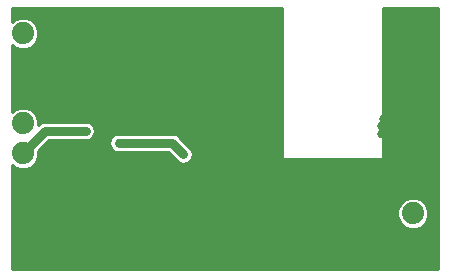
<source format=gbl>
%TF.GenerationSoftware,KiCad,Pcbnew,5.0.2-bee76a0~70~ubuntu18.04.1*%
%TF.CreationDate,2019-09-23T12:17:33+02:00*%
%TF.ProjectId,HVPS_SMD,48565053-5f53-44d4-942e-6b696361645f,rev?*%
%TF.SameCoordinates,Original*%
%TF.FileFunction,Copper,L2,Bot*%
%TF.FilePolarity,Positive*%
%FSLAX46Y46*%
G04 Gerber Fmt 4.6, Leading zero omitted, Abs format (unit mm)*
G04 Created by KiCad (PCBNEW 5.0.2-bee76a0~70~ubuntu18.04.1) date Mo 23 Sep 2019 12:17:33 CEST*
%MOMM*%
%LPD*%
G01*
G04 APERTURE LIST*
%ADD10C,1.879600*%
%ADD11C,0.685800*%
%ADD12C,0.800000*%
%ADD13C,0.254000*%
G04 APERTURE END LIST*
D10*
X213360000Y-81280000D03*
X213360000Y-78740000D03*
X180340000Y-66040000D03*
X180340000Y-63500000D03*
X180340000Y-71120000D03*
X180340000Y-73660000D03*
D11*
X187452000Y-67183000D03*
X188468000Y-67056000D03*
X189357000Y-67056000D03*
X188633009Y-77597000D03*
X185674000Y-79756000D03*
X182372000Y-81915000D03*
X196469000Y-80391000D03*
X196469000Y-72009000D03*
X186944000Y-75438000D03*
X186944000Y-74803000D03*
X186944000Y-74041000D03*
X186944000Y-73279000D03*
X210693000Y-72009000D03*
X210693000Y-71374000D03*
X210820000Y-70739000D03*
X211709000Y-81788000D03*
X211074000Y-82423000D03*
X210185000Y-82423000D03*
X209423000Y-82423000D03*
X208661000Y-82296000D03*
X185674000Y-71755000D03*
X193929000Y-73728580D03*
X188468000Y-72771000D03*
D12*
X185674000Y-71755000D02*
X182245000Y-71755000D01*
X182245000Y-71755000D02*
X180340000Y-73660000D01*
X188468000Y-72771000D02*
X192971420Y-72771000D01*
X192971420Y-72771000D02*
X193929000Y-73728580D01*
D13*
G36*
X202311000Y-74041000D02*
X202320667Y-74089601D01*
X202348197Y-74130803D01*
X202389399Y-74158333D01*
X202438000Y-74168000D01*
X210693000Y-74168000D01*
X210741601Y-74158333D01*
X210782803Y-74130803D01*
X210810333Y-74089601D01*
X210820000Y-74041000D01*
X210820000Y-61341000D01*
X215519000Y-61341000D01*
X215519000Y-83439000D01*
X179451000Y-83439000D01*
X179451000Y-78477277D01*
X212039200Y-78477277D01*
X212039200Y-79002723D01*
X212240280Y-79488173D01*
X212611827Y-79859720D01*
X213097277Y-80060800D01*
X213622723Y-80060800D01*
X214108173Y-79859720D01*
X214479720Y-79488173D01*
X214680800Y-79002723D01*
X214680800Y-78477277D01*
X214479720Y-77991827D01*
X214108173Y-77620280D01*
X213622723Y-77419200D01*
X213097277Y-77419200D01*
X212611827Y-77620280D01*
X212240280Y-77991827D01*
X212039200Y-78477277D01*
X179451000Y-78477277D01*
X179451000Y-74638893D01*
X179591827Y-74779720D01*
X180077277Y-74980800D01*
X180602723Y-74980800D01*
X181088173Y-74779720D01*
X181459720Y-74408173D01*
X181660800Y-73922723D01*
X181660800Y-73443700D01*
X182333500Y-72771000D01*
X187671700Y-72771000D01*
X187732315Y-73075731D01*
X187904931Y-73334069D01*
X188163269Y-73506685D01*
X188391082Y-73552000D01*
X192647920Y-73552000D01*
X193431139Y-74335219D01*
X193624269Y-74464265D01*
X193929000Y-74524880D01*
X194233730Y-74464265D01*
X194492069Y-74291649D01*
X194664685Y-74033310D01*
X194725300Y-73728580D01*
X194664685Y-73423849D01*
X194535639Y-73230719D01*
X193578061Y-72273141D01*
X193534489Y-72207931D01*
X193276151Y-72035315D01*
X193048338Y-71990000D01*
X193048334Y-71990000D01*
X192971420Y-71974701D01*
X192894506Y-71990000D01*
X188391082Y-71990000D01*
X188163269Y-72035315D01*
X187904931Y-72207931D01*
X187732315Y-72466269D01*
X187671700Y-72771000D01*
X182333500Y-72771000D01*
X182568501Y-72536000D01*
X185750918Y-72536000D01*
X185978731Y-72490685D01*
X186237069Y-72318069D01*
X186409685Y-72059731D01*
X186470300Y-71755000D01*
X186409685Y-71450269D01*
X186237069Y-71191931D01*
X185978731Y-71019315D01*
X185750918Y-70974000D01*
X182321914Y-70974000D01*
X182245000Y-70958701D01*
X182168086Y-70974000D01*
X182168082Y-70974000D01*
X181940269Y-71019315D01*
X181922632Y-71031100D01*
X181681931Y-71191931D01*
X181660800Y-71223556D01*
X181660800Y-70857277D01*
X181459720Y-70371827D01*
X181088173Y-70000280D01*
X180602723Y-69799200D01*
X180077277Y-69799200D01*
X179591827Y-70000280D01*
X179451000Y-70141107D01*
X179451000Y-64478893D01*
X179591827Y-64619720D01*
X180077277Y-64820800D01*
X180602723Y-64820800D01*
X181088173Y-64619720D01*
X181459720Y-64248173D01*
X181660800Y-63762723D01*
X181660800Y-63237277D01*
X181459720Y-62751827D01*
X181088173Y-62380280D01*
X180602723Y-62179200D01*
X180077277Y-62179200D01*
X179591827Y-62380280D01*
X179451000Y-62521107D01*
X179451000Y-61341000D01*
X202311000Y-61341000D01*
X202311000Y-74041000D01*
X202311000Y-74041000D01*
G37*
X202311000Y-74041000D02*
X202320667Y-74089601D01*
X202348197Y-74130803D01*
X202389399Y-74158333D01*
X202438000Y-74168000D01*
X210693000Y-74168000D01*
X210741601Y-74158333D01*
X210782803Y-74130803D01*
X210810333Y-74089601D01*
X210820000Y-74041000D01*
X210820000Y-61341000D01*
X215519000Y-61341000D01*
X215519000Y-83439000D01*
X179451000Y-83439000D01*
X179451000Y-78477277D01*
X212039200Y-78477277D01*
X212039200Y-79002723D01*
X212240280Y-79488173D01*
X212611827Y-79859720D01*
X213097277Y-80060800D01*
X213622723Y-80060800D01*
X214108173Y-79859720D01*
X214479720Y-79488173D01*
X214680800Y-79002723D01*
X214680800Y-78477277D01*
X214479720Y-77991827D01*
X214108173Y-77620280D01*
X213622723Y-77419200D01*
X213097277Y-77419200D01*
X212611827Y-77620280D01*
X212240280Y-77991827D01*
X212039200Y-78477277D01*
X179451000Y-78477277D01*
X179451000Y-74638893D01*
X179591827Y-74779720D01*
X180077277Y-74980800D01*
X180602723Y-74980800D01*
X181088173Y-74779720D01*
X181459720Y-74408173D01*
X181660800Y-73922723D01*
X181660800Y-73443700D01*
X182333500Y-72771000D01*
X187671700Y-72771000D01*
X187732315Y-73075731D01*
X187904931Y-73334069D01*
X188163269Y-73506685D01*
X188391082Y-73552000D01*
X192647920Y-73552000D01*
X193431139Y-74335219D01*
X193624269Y-74464265D01*
X193929000Y-74524880D01*
X194233730Y-74464265D01*
X194492069Y-74291649D01*
X194664685Y-74033310D01*
X194725300Y-73728580D01*
X194664685Y-73423849D01*
X194535639Y-73230719D01*
X193578061Y-72273141D01*
X193534489Y-72207931D01*
X193276151Y-72035315D01*
X193048338Y-71990000D01*
X193048334Y-71990000D01*
X192971420Y-71974701D01*
X192894506Y-71990000D01*
X188391082Y-71990000D01*
X188163269Y-72035315D01*
X187904931Y-72207931D01*
X187732315Y-72466269D01*
X187671700Y-72771000D01*
X182333500Y-72771000D01*
X182568501Y-72536000D01*
X185750918Y-72536000D01*
X185978731Y-72490685D01*
X186237069Y-72318069D01*
X186409685Y-72059731D01*
X186470300Y-71755000D01*
X186409685Y-71450269D01*
X186237069Y-71191931D01*
X185978731Y-71019315D01*
X185750918Y-70974000D01*
X182321914Y-70974000D01*
X182245000Y-70958701D01*
X182168086Y-70974000D01*
X182168082Y-70974000D01*
X181940269Y-71019315D01*
X181922632Y-71031100D01*
X181681931Y-71191931D01*
X181660800Y-71223556D01*
X181660800Y-70857277D01*
X181459720Y-70371827D01*
X181088173Y-70000280D01*
X180602723Y-69799200D01*
X180077277Y-69799200D01*
X179591827Y-70000280D01*
X179451000Y-70141107D01*
X179451000Y-64478893D01*
X179591827Y-64619720D01*
X180077277Y-64820800D01*
X180602723Y-64820800D01*
X181088173Y-64619720D01*
X181459720Y-64248173D01*
X181660800Y-63762723D01*
X181660800Y-63237277D01*
X181459720Y-62751827D01*
X181088173Y-62380280D01*
X180602723Y-62179200D01*
X180077277Y-62179200D01*
X179591827Y-62380280D01*
X179451000Y-62521107D01*
X179451000Y-61341000D01*
X202311000Y-61341000D01*
X202311000Y-74041000D01*
M02*

</source>
